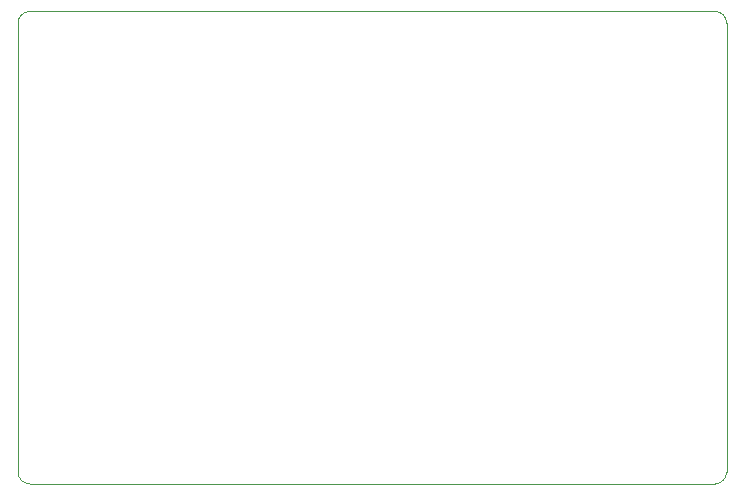
<source format=gbr>
%TF.GenerationSoftware,KiCad,Pcbnew,7.0.11-rc3*%
%TF.CreationDate,2025-03-16T23:32:14+08:00*%
%TF.ProjectId,stencil,7374656e-6369-46c2-9e6b-696361645f70,rev?*%
%TF.SameCoordinates,Original*%
%TF.FileFunction,Profile,NP*%
%FSLAX46Y46*%
G04 Gerber Fmt 4.6, Leading zero omitted, Abs format (unit mm)*
G04 Created by KiCad (PCBNEW 7.0.11-rc3) date 2025-03-16 23:32:14*
%MOMM*%
%LPD*%
G01*
G04 APERTURE LIST*
%TA.AperFunction,Profile*%
%ADD10C,0.050000*%
%TD*%
G04 APERTURE END LIST*
D10*
X64000000Y-82000000D02*
G75*
G03*
X65000000Y-83000000I1000000J0D01*
G01*
X123000000Y-83000000D02*
G75*
G03*
X124000000Y-82000000I0J1000000D01*
G01*
X123000000Y-83000000D02*
X65000000Y-83000000D01*
X65000000Y-43000000D02*
X123000000Y-43000000D01*
X124000000Y-44000000D02*
G75*
G03*
X123000000Y-43000000I-1000000J0D01*
G01*
X64000000Y-82000000D02*
X64000000Y-44000000D01*
X65000000Y-43000000D02*
G75*
G03*
X64000000Y-44000000I0J-1000000D01*
G01*
X124000000Y-44000000D02*
X124000000Y-82000000D01*
M02*

</source>
